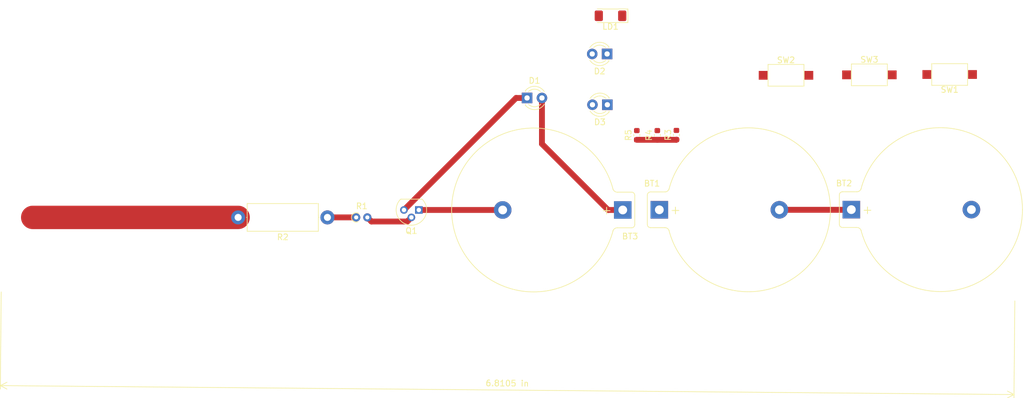
<source format=kicad_pcb>
(kicad_pcb (version 20171130) (host pcbnew 5.1.4-1.fc30)

  (general
    (thickness 1.6)
    (drawings 1)
    (tracks 17)
    (zones 0)
    (modules 16)
    (nets 15)
  )

  (page A4)
  (layers
    (0 F.Cu signal)
    (31 B.Cu signal)
    (32 B.Adhes user)
    (33 F.Adhes user)
    (34 B.Paste user)
    (35 F.Paste user)
    (36 B.SilkS user)
    (37 F.SilkS user)
    (38 B.Mask user)
    (39 F.Mask user)
    (40 Dwgs.User user)
    (41 Cmts.User user)
    (42 Eco1.User user)
    (43 Eco2.User user)
    (44 Edge.Cuts user)
    (45 Margin user)
    (46 B.CrtYd user)
    (47 F.CrtYd user)
    (48 B.Fab user)
    (49 F.Fab user)
  )

  (setup
    (last_trace_width 1)
    (user_trace_width 0.4)
    (user_trace_width 1)
    (user_trace_width 4)
    (trace_clearance 0.2)
    (zone_clearance 0.508)
    (zone_45_only no)
    (trace_min 0.2)
    (via_size 0.8)
    (via_drill 0.4)
    (via_min_size 0.4)
    (via_min_drill 0.3)
    (uvia_size 0.3)
    (uvia_drill 0.1)
    (uvias_allowed no)
    (uvia_min_size 0.2)
    (uvia_min_drill 0.1)
    (edge_width 0.05)
    (segment_width 0.2)
    (pcb_text_width 0.3)
    (pcb_text_size 1.5 1.5)
    (mod_edge_width 0.12)
    (mod_text_size 1 1)
    (mod_text_width 0.15)
    (pad_size 1.524 1.524)
    (pad_drill 0.762)
    (pad_to_mask_clearance 0.051)
    (solder_mask_min_width 0.25)
    (aux_axis_origin 0 0)
    (visible_elements FFFFFF7F)
    (pcbplotparams
      (layerselection 0x010fc_ffffffff)
      (usegerberextensions false)
      (usegerberattributes false)
      (usegerberadvancedattributes false)
      (creategerberjobfile false)
      (excludeedgelayer true)
      (linewidth 0.100000)
      (plotframeref false)
      (viasonmask false)
      (mode 1)
      (useauxorigin false)
      (hpglpennumber 1)
      (hpglpenspeed 20)
      (hpglpendiameter 15.000000)
      (psnegative false)
      (psa4output false)
      (plotreference true)
      (plotvalue true)
      (plotinvisibletext false)
      (padsonsilk false)
      (subtractmaskfromsilk false)
      (outputformat 1)
      (mirror false)
      (drillshape 1)
      (scaleselection 1)
      (outputdirectory ""))
  )

  (net 0 "")
  (net 1 PROBE)
  (net 2 "Net-(BT1-Pad2)")
  (net 3 "Net-(BT1-Pad1)")
  (net 4 GND)
  (net 5 PLATE)
  (net 6 "Net-(D1-Pad1)")
  (net 7 "Net-(D2-Pad1)")
  (net 8 "Net-(D2-Pad2)")
  (net 9 "Net-(D3-Pad1)")
  (net 10 "Net-(D3-Pad2)")
  (net 11 "Net-(LD1-Pad1)")
  (net 12 "Net-(Q1-Pad2)")
  (net 13 "Net-(R1-Pad1)")
  (net 14 "Net-(LD1-Pad3)")

  (net_class Default "To jest domyślna klasa połączeń."
    (clearance 0.2)
    (trace_width 0.25)
    (via_dia 0.8)
    (via_drill 0.4)
    (uvia_dia 0.3)
    (uvia_drill 0.1)
    (add_net GND)
    (add_net "Net-(BT1-Pad1)")
    (add_net "Net-(BT1-Pad2)")
    (add_net "Net-(D1-Pad1)")
    (add_net "Net-(D2-Pad1)")
    (add_net "Net-(D2-Pad2)")
    (add_net "Net-(D3-Pad1)")
    (add_net "Net-(D3-Pad2)")
    (add_net "Net-(LD1-Pad1)")
    (add_net "Net-(LD1-Pad3)")
    (add_net "Net-(Q1-Pad2)")
    (add_net "Net-(R1-Pad1)")
    (add_net PLATE)
    (add_net PROBE)
  )

  (module Battery:BatteryHolder_Keystone_106_1x20mm (layer F.Cu) (tedit 5787C377) (tstamp 5E5F4E13)
    (at 180.29 141.73)
    (descr http://www.keyelco.com/product-pdf.cfm?p=720)
    (tags "Keystone type 106 battery holder")
    (path /5E618428)
    (fp_text reference BT1 (at -1.25 -4.5) (layer F.SilkS)
      (effects (font (size 1 1) (thickness 0.15)))
    )
    (fp_text value 2032 (at 15 15) (layer F.Fab)
      (effects (font (size 1 1) (thickness 0.15)))
    )
    (fp_text user + (at 2.75 0) (layer F.SilkS)
      (effects (font (size 1.5 1.5) (thickness 0.15)))
    )
    (fp_text user %R (at 0 0) (layer F.Fab)
      (effects (font (size 1 1) (thickness 0.15)))
    )
    (fp_arc (start 15.2 0) (end 1.65 3.52) (angle -165.5) (layer F.SilkS) (width 0.12))
    (fp_arc (start 15.2 0) (end 1.8 3.5) (angle -165.5) (layer F.Fab) (width 0.1))
    (fp_arc (start 15.2 0) (end 1.65 -3.52) (angle 165.5) (layer F.SilkS) (width 0.12))
    (fp_arc (start 15.2 0) (end 1.8 -3.5) (angle 165.5) (layer F.Fab) (width 0.1))
    (fp_arc (start 0.95 3.8) (end 0.95 3.05) (angle 70) (layer F.SilkS) (width 0.12))
    (fp_arc (start 0.95 3.8) (end 0.95 2.9) (angle 70) (layer F.Fab) (width 0.1))
    (fp_arc (start 0.95 -3.8) (end 0.95 -3.05) (angle -70) (layer F.SilkS) (width 0.12))
    (fp_arc (start 0.95 -3.8) (end 0.95 -2.9) (angle -70) (layer F.Fab) (width 0.1))
    (fp_line (start 0.95 -3.05) (end -1.5 -3.05) (layer F.SilkS) (width 0.12))
    (fp_line (start -1.5 3.05) (end 0.95 3.05) (layer F.SilkS) (width 0.12))
    (fp_arc (start -1.5 -2.5) (end -2.05 -2.5) (angle 90) (layer F.SilkS) (width 0.12))
    (fp_arc (start -1.5 2.5) (end -2.05 2.5) (angle -90) (layer F.SilkS) (width 0.12))
    (fp_line (start -2.05 -2.5) (end -2.05 2.5) (layer F.SilkS) (width 0.12))
    (fp_line (start 0.95 -2.9) (end -1.5 -2.9) (layer F.Fab) (width 0.1))
    (fp_line (start -1.5 2.9) (end 0.95 2.9) (layer F.Fab) (width 0.1))
    (fp_arc (start -1.5 2.5) (end -1.9 2.5) (angle -90) (layer F.Fab) (width 0.1))
    (fp_arc (start -1.5 -2.5) (end -2.3 -2.5) (angle 90) (layer F.CrtYd) (width 0.05))
    (fp_line (start -2.3 -2.5) (end -2.3 2.5) (layer F.CrtYd) (width 0.05))
    (fp_arc (start 0.95 3.8) (end 0.95 3.3) (angle 70) (layer F.CrtYd) (width 0.05))
    (fp_arc (start 15.2 0) (end 1.41 3.6) (angle -165.5) (layer F.CrtYd) (width 0.05))
    (fp_arc (start 15.2 0) (end 1.41 -3.6) (angle 165.5) (layer F.CrtYd) (width 0.05))
    (fp_arc (start 15.2 0) (end 5.18 1.3) (angle -180) (layer F.Fab) (width 0.1))
    (fp_arc (start 15.2 0) (end 9 1.3) (angle -170) (layer F.Fab) (width 0.1))
    (fp_arc (start 15.2 0) (end 13.3 1.3) (angle -150) (layer F.Fab) (width 0.1))
    (fp_arc (start 15.2 0) (end 13.3 -1.3) (angle 150) (layer F.Fab) (width 0.1))
    (fp_arc (start 15.2 0) (end 9 -1.3) (angle 170) (layer F.Fab) (width 0.1))
    (fp_arc (start 15.2 0) (end 5.18 -1.3) (angle 180) (layer F.Fab) (width 0.1))
    (fp_line (start 0.95 -3.3) (end -1.5 -3.3) (layer F.CrtYd) (width 0.05))
    (fp_line (start -1.5 3.3) (end 0.95 3.3) (layer F.CrtYd) (width 0.05))
    (fp_line (start -1.9 -2.5) (end -1.9 2.5) (layer F.Fab) (width 0.1))
    (fp_line (start 0 1.3) (end 16.2 1.3) (layer F.Fab) (width 0.1))
    (fp_line (start 16.2 -1.3) (end 0 -1.3) (layer F.Fab) (width 0.1))
    (fp_arc (start 0.95 -3.8) (end 0.95 -3.3) (angle -70) (layer F.CrtYd) (width 0.05))
    (fp_arc (start 16.2 0) (end 16.2 -1.3) (angle 180) (layer F.Fab) (width 0.1))
    (fp_line (start 0 -1.3) (end 0 1.3) (layer F.Fab) (width 0.1))
    (fp_arc (start -1.5 2.5) (end -2.3 2.5) (angle -90) (layer F.CrtYd) (width 0.05))
    (fp_arc (start -1.5 -2.5) (end -1.9 -2.5) (angle 90) (layer F.Fab) (width 0.1))
    (fp_line (start 22.6441 6.858) (end 25.35 9.3734) (layer F.Fab) (width 0.1))
    (fp_line (start 22.6568 -6.858) (end 25.3419 -9.4288) (layer F.Fab) (width 0.1))
    (pad 2 thru_hole circle (at 20.49 0) (size 3 3) (drill 1.5) (layers *.Cu *.Mask)
      (net 2 "Net-(BT1-Pad2)"))
    (pad 1 thru_hole rect (at 0 0) (size 3 3) (drill 1.5) (layers *.Cu *.Mask)
      (net 3 "Net-(BT1-Pad1)"))
    (model ${KISYS3DMOD}/Battery.3dshapes/BatteryHolder_Keystone_106_1x20mm.wrl
      (at (xyz 0 0 0))
      (scale (xyz 1 1 1))
      (rotate (xyz 0 0 0))
    )
  )

  (module Battery:BatteryHolder_Keystone_106_1x20mm (layer F.Cu) (tedit 5787C377) (tstamp 5E5F4E42)
    (at 213.06 141.7)
    (descr http://www.keyelco.com/product-pdf.cfm?p=720)
    (tags "Keystone type 106 battery holder")
    (path /5E6186F1)
    (fp_text reference BT2 (at -1.25 -4.5) (layer F.SilkS)
      (effects (font (size 1 1) (thickness 0.15)))
    )
    (fp_text value 2032 (at 15 15) (layer F.Fab)
      (effects (font (size 1 1) (thickness 0.15)))
    )
    (fp_line (start 22.6568 -6.858) (end 25.3419 -9.4288) (layer F.Fab) (width 0.1))
    (fp_line (start 22.6441 6.858) (end 25.35 9.3734) (layer F.Fab) (width 0.1))
    (fp_arc (start -1.5 -2.5) (end -1.9 -2.5) (angle 90) (layer F.Fab) (width 0.1))
    (fp_arc (start -1.5 2.5) (end -2.3 2.5) (angle -90) (layer F.CrtYd) (width 0.05))
    (fp_line (start 0 -1.3) (end 0 1.3) (layer F.Fab) (width 0.1))
    (fp_arc (start 16.2 0) (end 16.2 -1.3) (angle 180) (layer F.Fab) (width 0.1))
    (fp_arc (start 0.95 -3.8) (end 0.95 -3.3) (angle -70) (layer F.CrtYd) (width 0.05))
    (fp_line (start 16.2 -1.3) (end 0 -1.3) (layer F.Fab) (width 0.1))
    (fp_line (start 0 1.3) (end 16.2 1.3) (layer F.Fab) (width 0.1))
    (fp_line (start -1.9 -2.5) (end -1.9 2.5) (layer F.Fab) (width 0.1))
    (fp_line (start -1.5 3.3) (end 0.95 3.3) (layer F.CrtYd) (width 0.05))
    (fp_line (start 0.95 -3.3) (end -1.5 -3.3) (layer F.CrtYd) (width 0.05))
    (fp_arc (start 15.2 0) (end 5.18 -1.3) (angle 180) (layer F.Fab) (width 0.1))
    (fp_arc (start 15.2 0) (end 9 -1.3) (angle 170) (layer F.Fab) (width 0.1))
    (fp_arc (start 15.2 0) (end 13.3 -1.3) (angle 150) (layer F.Fab) (width 0.1))
    (fp_arc (start 15.2 0) (end 13.3 1.3) (angle -150) (layer F.Fab) (width 0.1))
    (fp_arc (start 15.2 0) (end 9 1.3) (angle -170) (layer F.Fab) (width 0.1))
    (fp_arc (start 15.2 0) (end 5.18 1.3) (angle -180) (layer F.Fab) (width 0.1))
    (fp_arc (start 15.2 0) (end 1.41 -3.6) (angle 165.5) (layer F.CrtYd) (width 0.05))
    (fp_arc (start 15.2 0) (end 1.41 3.6) (angle -165.5) (layer F.CrtYd) (width 0.05))
    (fp_arc (start 0.95 3.8) (end 0.95 3.3) (angle 70) (layer F.CrtYd) (width 0.05))
    (fp_line (start -2.3 -2.5) (end -2.3 2.5) (layer F.CrtYd) (width 0.05))
    (fp_arc (start -1.5 -2.5) (end -2.3 -2.5) (angle 90) (layer F.CrtYd) (width 0.05))
    (fp_arc (start -1.5 2.5) (end -1.9 2.5) (angle -90) (layer F.Fab) (width 0.1))
    (fp_line (start -1.5 2.9) (end 0.95 2.9) (layer F.Fab) (width 0.1))
    (fp_line (start 0.95 -2.9) (end -1.5 -2.9) (layer F.Fab) (width 0.1))
    (fp_line (start -2.05 -2.5) (end -2.05 2.5) (layer F.SilkS) (width 0.12))
    (fp_arc (start -1.5 2.5) (end -2.05 2.5) (angle -90) (layer F.SilkS) (width 0.12))
    (fp_arc (start -1.5 -2.5) (end -2.05 -2.5) (angle 90) (layer F.SilkS) (width 0.12))
    (fp_line (start -1.5 3.05) (end 0.95 3.05) (layer F.SilkS) (width 0.12))
    (fp_line (start 0.95 -3.05) (end -1.5 -3.05) (layer F.SilkS) (width 0.12))
    (fp_arc (start 0.95 -3.8) (end 0.95 -2.9) (angle -70) (layer F.Fab) (width 0.1))
    (fp_arc (start 0.95 -3.8) (end 0.95 -3.05) (angle -70) (layer F.SilkS) (width 0.12))
    (fp_arc (start 0.95 3.8) (end 0.95 2.9) (angle 70) (layer F.Fab) (width 0.1))
    (fp_arc (start 0.95 3.8) (end 0.95 3.05) (angle 70) (layer F.SilkS) (width 0.12))
    (fp_arc (start 15.2 0) (end 1.8 -3.5) (angle 165.5) (layer F.Fab) (width 0.1))
    (fp_arc (start 15.2 0) (end 1.65 -3.52) (angle 165.5) (layer F.SilkS) (width 0.12))
    (fp_arc (start 15.2 0) (end 1.8 3.5) (angle -165.5) (layer F.Fab) (width 0.1))
    (fp_arc (start 15.2 0) (end 1.65 3.52) (angle -165.5) (layer F.SilkS) (width 0.12))
    (fp_text user %R (at 0 0) (layer F.Fab)
      (effects (font (size 1 1) (thickness 0.15)))
    )
    (fp_text user + (at 2.75 0) (layer F.SilkS)
      (effects (font (size 1.5 1.5) (thickness 0.15)))
    )
    (pad 1 thru_hole rect (at 0 0) (size 3 3) (drill 1.5) (layers *.Cu *.Mask)
      (net 2 "Net-(BT1-Pad2)"))
    (pad 2 thru_hole circle (at 20.49 0) (size 3 3) (drill 1.5) (layers *.Cu *.Mask)
      (net 4 GND))
    (model ${KISYS3DMOD}/Battery.3dshapes/BatteryHolder_Keystone_106_1x20mm.wrl
      (at (xyz 0 0 0))
      (scale (xyz 1 1 1))
      (rotate (xyz 0 0 0))
    )
  )

  (module Battery:BatteryHolder_Keystone_106_1x20mm (layer F.Cu) (tedit 5787C377) (tstamp 5E5F4E71)
    (at 174.05 141.76 180)
    (descr http://www.keyelco.com/product-pdf.cfm?p=720)
    (tags "Keystone type 106 battery holder")
    (path /5E61F56F)
    (fp_text reference BT3 (at -1.25 -4.5) (layer F.SilkS)
      (effects (font (size 1 1) (thickness 0.15)))
    )
    (fp_text value 2032 (at 15 15) (layer F.Fab)
      (effects (font (size 1 1) (thickness 0.15)))
    )
    (fp_text user + (at 2.75 0) (layer F.SilkS)
      (effects (font (size 1.5 1.5) (thickness 0.15)))
    )
    (fp_text user %R (at 0 0) (layer F.Fab)
      (effects (font (size 1 1) (thickness 0.15)))
    )
    (fp_arc (start 15.2 0) (end 1.65 3.52) (angle -165.5) (layer F.SilkS) (width 0.12))
    (fp_arc (start 15.2 0) (end 1.8 3.5) (angle -165.5) (layer F.Fab) (width 0.1))
    (fp_arc (start 15.2 0) (end 1.65 -3.52) (angle 165.5) (layer F.SilkS) (width 0.12))
    (fp_arc (start 15.2 0) (end 1.8 -3.5) (angle 165.5) (layer F.Fab) (width 0.1))
    (fp_arc (start 0.95 3.8) (end 0.95 3.05) (angle 70) (layer F.SilkS) (width 0.12))
    (fp_arc (start 0.95 3.8) (end 0.95 2.9) (angle 70) (layer F.Fab) (width 0.1))
    (fp_arc (start 0.95 -3.8) (end 0.95 -3.05) (angle -70) (layer F.SilkS) (width 0.12))
    (fp_arc (start 0.95 -3.8) (end 0.95 -2.9) (angle -70) (layer F.Fab) (width 0.1))
    (fp_line (start 0.95 -3.05) (end -1.5 -3.05) (layer F.SilkS) (width 0.12))
    (fp_line (start -1.5 3.05) (end 0.95 3.05) (layer F.SilkS) (width 0.12))
    (fp_arc (start -1.5 -2.5) (end -2.05 -2.5) (angle 90) (layer F.SilkS) (width 0.12))
    (fp_arc (start -1.5 2.5) (end -2.05 2.5) (angle -90) (layer F.SilkS) (width 0.12))
    (fp_line (start -2.05 -2.5) (end -2.05 2.5) (layer F.SilkS) (width 0.12))
    (fp_line (start 0.95 -2.9) (end -1.5 -2.9) (layer F.Fab) (width 0.1))
    (fp_line (start -1.5 2.9) (end 0.95 2.9) (layer F.Fab) (width 0.1))
    (fp_arc (start -1.5 2.5) (end -1.9 2.5) (angle -90) (layer F.Fab) (width 0.1))
    (fp_arc (start -1.5 -2.5) (end -2.3 -2.5) (angle 90) (layer F.CrtYd) (width 0.05))
    (fp_line (start -2.3 -2.5) (end -2.3 2.5) (layer F.CrtYd) (width 0.05))
    (fp_arc (start 0.95 3.8) (end 0.95 3.3) (angle 70) (layer F.CrtYd) (width 0.05))
    (fp_arc (start 15.2 0) (end 1.41 3.6) (angle -165.5) (layer F.CrtYd) (width 0.05))
    (fp_arc (start 15.2 0) (end 1.41 -3.6) (angle 165.5) (layer F.CrtYd) (width 0.05))
    (fp_arc (start 15.2 0) (end 5.18 1.3) (angle -180) (layer F.Fab) (width 0.1))
    (fp_arc (start 15.2 0) (end 9 1.3) (angle -170) (layer F.Fab) (width 0.1))
    (fp_arc (start 15.2 0) (end 13.3 1.3) (angle -150) (layer F.Fab) (width 0.1))
    (fp_arc (start 15.2 0) (end 13.3 -1.3) (angle 150) (layer F.Fab) (width 0.1))
    (fp_arc (start 15.2 0) (end 9 -1.3) (angle 170) (layer F.Fab) (width 0.1))
    (fp_arc (start 15.2 0) (end 5.18 -1.3) (angle 180) (layer F.Fab) (width 0.1))
    (fp_line (start 0.95 -3.3) (end -1.5 -3.3) (layer F.CrtYd) (width 0.05))
    (fp_line (start -1.5 3.3) (end 0.95 3.3) (layer F.CrtYd) (width 0.05))
    (fp_line (start -1.9 -2.5) (end -1.9 2.5) (layer F.Fab) (width 0.1))
    (fp_line (start 0 1.3) (end 16.2 1.3) (layer F.Fab) (width 0.1))
    (fp_line (start 16.2 -1.3) (end 0 -1.3) (layer F.Fab) (width 0.1))
    (fp_arc (start 0.95 -3.8) (end 0.95 -3.3) (angle -70) (layer F.CrtYd) (width 0.05))
    (fp_arc (start 16.2 0) (end 16.2 -1.3) (angle 180) (layer F.Fab) (width 0.1))
    (fp_line (start 0 -1.3) (end 0 1.3) (layer F.Fab) (width 0.1))
    (fp_arc (start -1.5 2.5) (end -2.3 2.5) (angle -90) (layer F.CrtYd) (width 0.05))
    (fp_arc (start -1.5 -2.5) (end -1.9 -2.5) (angle 90) (layer F.Fab) (width 0.1))
    (fp_line (start 22.6441 6.858) (end 25.35 9.3734) (layer F.Fab) (width 0.1))
    (fp_line (start 22.6568 -6.858) (end 25.3419 -9.4288) (layer F.Fab) (width 0.1))
    (pad 2 thru_hole circle (at 20.49 0 180) (size 3 3) (drill 1.5) (layers *.Cu *.Mask)
      (net 4 GND))
    (pad 1 thru_hole rect (at 0 0 180) (size 3 3) (drill 1.5) (layers *.Cu *.Mask)
      (net 5 PLATE))
    (model ${KISYS3DMOD}/Battery.3dshapes/BatteryHolder_Keystone_106_1x20mm.wrl
      (at (xyz 0 0 0))
      (scale (xyz 1 1 1))
      (rotate (xyz 0 0 0))
    )
  )

  (module LED_THT:LED_D3.0mm (layer F.Cu) (tedit 587A3A7B) (tstamp 5E5F4E84)
    (at 157.72 122.62)
    (descr "LED, diameter 3.0mm, 2 pins")
    (tags "LED diameter 3.0mm 2 pins")
    (path /5E5A9FD2)
    (fp_text reference D1 (at 1.27 -2.96) (layer F.SilkS)
      (effects (font (size 1 1) (thickness 0.15)))
    )
    (fp_text value RED (at 1.27 2.96) (layer F.Fab)
      (effects (font (size 1 1) (thickness 0.15)))
    )
    (fp_line (start 3.7 -2.25) (end -1.15 -2.25) (layer F.CrtYd) (width 0.05))
    (fp_line (start 3.7 2.25) (end 3.7 -2.25) (layer F.CrtYd) (width 0.05))
    (fp_line (start -1.15 2.25) (end 3.7 2.25) (layer F.CrtYd) (width 0.05))
    (fp_line (start -1.15 -2.25) (end -1.15 2.25) (layer F.CrtYd) (width 0.05))
    (fp_line (start -0.29 1.08) (end -0.29 1.236) (layer F.SilkS) (width 0.12))
    (fp_line (start -0.29 -1.236) (end -0.29 -1.08) (layer F.SilkS) (width 0.12))
    (fp_line (start -0.23 -1.16619) (end -0.23 1.16619) (layer F.Fab) (width 0.1))
    (fp_circle (center 1.27 0) (end 2.77 0) (layer F.Fab) (width 0.1))
    (fp_arc (start 1.27 0) (end 0.229039 1.08) (angle -87.9) (layer F.SilkS) (width 0.12))
    (fp_arc (start 1.27 0) (end 0.229039 -1.08) (angle 87.9) (layer F.SilkS) (width 0.12))
    (fp_arc (start 1.27 0) (end -0.29 1.235516) (angle -108.8) (layer F.SilkS) (width 0.12))
    (fp_arc (start 1.27 0) (end -0.29 -1.235516) (angle 108.8) (layer F.SilkS) (width 0.12))
    (fp_arc (start 1.27 0) (end -0.23 -1.16619) (angle 284.3) (layer F.Fab) (width 0.1))
    (pad 2 thru_hole circle (at 2.54 0) (size 1.8 1.8) (drill 0.9) (layers *.Cu *.Mask)
      (net 5 PLATE))
    (pad 1 thru_hole rect (at 0 0) (size 1.8 1.8) (drill 0.9) (layers *.Cu *.Mask)
      (net 6 "Net-(D1-Pad1)"))
    (model ${KISYS3DMOD}/LED_THT.3dshapes/LED_D3.0mm.wrl
      (at (xyz 0 0 0))
      (scale (xyz 1 1 1))
      (rotate (xyz 0 0 0))
    )
  )

  (module LED_THT:LED_D3.0mm (layer F.Cu) (tedit 587A3A7B) (tstamp 5E5F4E97)
    (at 171.38 115.1 180)
    (descr "LED, diameter 3.0mm, 2 pins")
    (tags "LED diameter 3.0mm 2 pins")
    (path /5E5F75F3)
    (fp_text reference D2 (at 1.27 -2.96) (layer F.SilkS)
      (effects (font (size 1 1) (thickness 0.15)))
    )
    (fp_text value 410nm (at 1.27 2.96) (layer F.Fab)
      (effects (font (size 1 1) (thickness 0.15)))
    )
    (fp_arc (start 1.27 0) (end -0.23 -1.16619) (angle 284.3) (layer F.Fab) (width 0.1))
    (fp_arc (start 1.27 0) (end -0.29 -1.235516) (angle 108.8) (layer F.SilkS) (width 0.12))
    (fp_arc (start 1.27 0) (end -0.29 1.235516) (angle -108.8) (layer F.SilkS) (width 0.12))
    (fp_arc (start 1.27 0) (end 0.229039 -1.08) (angle 87.9) (layer F.SilkS) (width 0.12))
    (fp_arc (start 1.27 0) (end 0.229039 1.08) (angle -87.9) (layer F.SilkS) (width 0.12))
    (fp_circle (center 1.27 0) (end 2.77 0) (layer F.Fab) (width 0.1))
    (fp_line (start -0.23 -1.16619) (end -0.23 1.16619) (layer F.Fab) (width 0.1))
    (fp_line (start -0.29 -1.236) (end -0.29 -1.08) (layer F.SilkS) (width 0.12))
    (fp_line (start -0.29 1.08) (end -0.29 1.236) (layer F.SilkS) (width 0.12))
    (fp_line (start -1.15 -2.25) (end -1.15 2.25) (layer F.CrtYd) (width 0.05))
    (fp_line (start -1.15 2.25) (end 3.7 2.25) (layer F.CrtYd) (width 0.05))
    (fp_line (start 3.7 2.25) (end 3.7 -2.25) (layer F.CrtYd) (width 0.05))
    (fp_line (start 3.7 -2.25) (end -1.15 -2.25) (layer F.CrtYd) (width 0.05))
    (pad 1 thru_hole rect (at 0 0 180) (size 1.8 1.8) (drill 0.9) (layers *.Cu *.Mask)
      (net 7 "Net-(D2-Pad1)"))
    (pad 2 thru_hole circle (at 2.54 0 180) (size 1.8 1.8) (drill 0.9) (layers *.Cu *.Mask)
      (net 8 "Net-(D2-Pad2)"))
    (model ${KISYS3DMOD}/LED_THT.3dshapes/LED_D3.0mm.wrl
      (at (xyz 0 0 0))
      (scale (xyz 1 1 1))
      (rotate (xyz 0 0 0))
    )
  )

  (module LED_THT:LED_D3.0mm (layer F.Cu) (tedit 587A3A7B) (tstamp 5E5F4EAA)
    (at 171.42 123.78 180)
    (descr "LED, diameter 3.0mm, 2 pins")
    (tags "LED diameter 3.0mm 2 pins")
    (path /5E5F815C)
    (fp_text reference D3 (at 1.27 -2.96) (layer F.SilkS)
      (effects (font (size 1 1) (thickness 0.15)))
    )
    (fp_text value WH (at 1.27 2.96) (layer F.Fab)
      (effects (font (size 1 1) (thickness 0.15)))
    )
    (fp_arc (start 1.27 0) (end -0.23 -1.16619) (angle 284.3) (layer F.Fab) (width 0.1))
    (fp_arc (start 1.27 0) (end -0.29 -1.235516) (angle 108.8) (layer F.SilkS) (width 0.12))
    (fp_arc (start 1.27 0) (end -0.29 1.235516) (angle -108.8) (layer F.SilkS) (width 0.12))
    (fp_arc (start 1.27 0) (end 0.229039 -1.08) (angle 87.9) (layer F.SilkS) (width 0.12))
    (fp_arc (start 1.27 0) (end 0.229039 1.08) (angle -87.9) (layer F.SilkS) (width 0.12))
    (fp_circle (center 1.27 0) (end 2.77 0) (layer F.Fab) (width 0.1))
    (fp_line (start -0.23 -1.16619) (end -0.23 1.16619) (layer F.Fab) (width 0.1))
    (fp_line (start -0.29 -1.236) (end -0.29 -1.08) (layer F.SilkS) (width 0.12))
    (fp_line (start -0.29 1.08) (end -0.29 1.236) (layer F.SilkS) (width 0.12))
    (fp_line (start -1.15 -2.25) (end -1.15 2.25) (layer F.CrtYd) (width 0.05))
    (fp_line (start -1.15 2.25) (end 3.7 2.25) (layer F.CrtYd) (width 0.05))
    (fp_line (start 3.7 2.25) (end 3.7 -2.25) (layer F.CrtYd) (width 0.05))
    (fp_line (start 3.7 -2.25) (end -1.15 -2.25) (layer F.CrtYd) (width 0.05))
    (pad 1 thru_hole rect (at 0 0 180) (size 1.8 1.8) (drill 0.9) (layers *.Cu *.Mask)
      (net 9 "Net-(D3-Pad1)"))
    (pad 2 thru_hole circle (at 2.54 0 180) (size 1.8 1.8) (drill 0.9) (layers *.Cu *.Mask)
      (net 10 "Net-(D3-Pad2)"))
    (model ${KISYS3DMOD}/LED_THT.3dshapes/LED_D3.0mm.wrl
      (at (xyz 0 0 0))
      (scale (xyz 1 1 1))
      (rotate (xyz 0 0 0))
    )
  )

  (module LED_SMD:LED_1806_4516Metric (layer F.Cu) (tedit 5B301BBE) (tstamp 5E5F4EBD)
    (at 171.96 108.58 180)
    (descr "LED SMD 1806 (4516 Metric), square (rectangular) end terminal, IPC_7351 nominal, (Body size source: https://www.modelithics.com/models/Vendor/MuRata/BLM41P.pdf), generated with kicad-footprint-generator")
    (tags diode)
    (path /5E5F6D56)
    (attr smd)
    (fp_text reference LD1 (at 0 -1.85) (layer F.SilkS)
      (effects (font (size 1 1) (thickness 0.15)))
    )
    (fp_text value RED (at 0 1.85) (layer F.Fab)
      (effects (font (size 1 1) (thickness 0.15)))
    )
    (fp_line (start 2.25 -0.8) (end -1.85 -0.8) (layer F.Fab) (width 0.1))
    (fp_line (start -1.85 -0.8) (end -2.25 -0.4) (layer F.Fab) (width 0.1))
    (fp_line (start -2.25 -0.4) (end -2.25 0.8) (layer F.Fab) (width 0.1))
    (fp_line (start -2.25 0.8) (end 2.25 0.8) (layer F.Fab) (width 0.1))
    (fp_line (start 2.25 0.8) (end 2.25 -0.8) (layer F.Fab) (width 0.1))
    (fp_line (start 2.25 -1.16) (end -2.96 -1.16) (layer F.SilkS) (width 0.12))
    (fp_line (start -2.96 -1.16) (end -2.96 1.16) (layer F.SilkS) (width 0.12))
    (fp_line (start -2.96 1.16) (end 2.25 1.16) (layer F.SilkS) (width 0.12))
    (fp_line (start -2.95 1.15) (end -2.95 -1.15) (layer F.CrtYd) (width 0.05))
    (fp_line (start -2.95 -1.15) (end 2.95 -1.15) (layer F.CrtYd) (width 0.05))
    (fp_line (start 2.95 -1.15) (end 2.95 1.15) (layer F.CrtYd) (width 0.05))
    (fp_line (start 2.95 1.15) (end -2.95 1.15) (layer F.CrtYd) (width 0.05))
    (fp_text user %R (at 0 0) (layer F.Fab)
      (effects (font (size 1 1) (thickness 0.15)))
    )
    (pad 1 smd roundrect (at -2 0 180) (size 1.4 1.8) (layers F.Cu F.Paste F.Mask) (roundrect_rratio 0.178571)
      (net 11 "Net-(LD1-Pad1)"))
    (pad 2 smd roundrect (at 2 0 180) (size 1.4 1.8) (layers F.Cu F.Paste F.Mask) (roundrect_rratio 0.178571))
    (model ${KISYS3DMOD}/LED_SMD.3dshapes/LED_1806_4516Metric.wrl
      (at (xyz 0 0 0))
      (scale (xyz 1 1 1))
      (rotate (xyz 0 0 0))
    )
  )

  (module Package_TO_SOT_THT:TO-92 (layer F.Cu) (tedit 5A279852) (tstamp 5E5F4ECF)
    (at 139.25 141.76 180)
    (descr "TO-92 leads molded, narrow, drill 0.75mm (see NXP sot054_po.pdf)")
    (tags "to-92 sc-43 sc-43a sot54 PA33 transistor")
    (path /5E5A9FE7)
    (fp_text reference Q1 (at 1.27 -3.56) (layer F.SilkS)
      (effects (font (size 1 1) (thickness 0.15)))
    )
    (fp_text value BC517 (at 1.27 2.79) (layer F.Fab)
      (effects (font (size 1 1) (thickness 0.15)))
    )
    (fp_text user %R (at 1.27 -3.56) (layer F.Fab)
      (effects (font (size 1 1) (thickness 0.15)))
    )
    (fp_line (start -0.53 1.85) (end 3.07 1.85) (layer F.SilkS) (width 0.12))
    (fp_line (start -0.5 1.75) (end 3 1.75) (layer F.Fab) (width 0.1))
    (fp_line (start -1.46 -2.73) (end 4 -2.73) (layer F.CrtYd) (width 0.05))
    (fp_line (start -1.46 -2.73) (end -1.46 2.01) (layer F.CrtYd) (width 0.05))
    (fp_line (start 4 2.01) (end 4 -2.73) (layer F.CrtYd) (width 0.05))
    (fp_line (start 4 2.01) (end -1.46 2.01) (layer F.CrtYd) (width 0.05))
    (fp_arc (start 1.27 0) (end 1.27 -2.48) (angle 135) (layer F.Fab) (width 0.1))
    (fp_arc (start 1.27 0) (end 1.27 -2.6) (angle -135) (layer F.SilkS) (width 0.12))
    (fp_arc (start 1.27 0) (end 1.27 -2.48) (angle -135) (layer F.Fab) (width 0.1))
    (fp_arc (start 1.27 0) (end 1.27 -2.6) (angle 135) (layer F.SilkS) (width 0.12))
    (pad 2 thru_hole circle (at 1.27 -1.27 270) (size 1.3 1.3) (drill 0.75) (layers *.Cu *.Mask)
      (net 12 "Net-(Q1-Pad2)"))
    (pad 3 thru_hole circle (at 2.54 0 270) (size 1.3 1.3) (drill 0.75) (layers *.Cu *.Mask)
      (net 6 "Net-(D1-Pad1)"))
    (pad 1 thru_hole rect (at 0 0 270) (size 1.3 1.3) (drill 0.75) (layers *.Cu *.Mask)
      (net 4 GND))
    (model ${KISYS3DMOD}/Package_TO_SOT_THT.3dshapes/TO-92.wrl
      (at (xyz 0 0 0))
      (scale (xyz 1 1 1))
      (rotate (xyz 0 0 0))
    )
  )

  (module Resistor_THT:R_Axial_DIN0204_L3.6mm_D1.6mm_P1.90mm_Vertical (layer F.Cu) (tedit 5AE5139B) (tstamp 5E5F4EDD)
    (at 128.56 143.03)
    (descr "Resistor, Axial_DIN0204 series, Axial, Vertical, pin pitch=1.9mm, 0.167W, length*diameter=3.6*1.6mm^2, http://cdn-reichelt.de/documents/datenblatt/B400/1_4W%23YAG.pdf")
    (tags "Resistor Axial_DIN0204 series Axial Vertical pin pitch 1.9mm 0.167W length 3.6mm diameter 1.6mm")
    (path /5E5A9FE0)
    (fp_text reference R1 (at 0.95 -1.92) (layer F.SilkS)
      (effects (font (size 1 1) (thickness 0.15)))
    )
    (fp_text value "4M7 1/4W" (at 0.95 1.92) (layer F.Fab)
      (effects (font (size 1 1) (thickness 0.15)))
    )
    (fp_arc (start 0 0) (end 0.417133 -0.7) (angle -233.92106) (layer F.SilkS) (width 0.12))
    (fp_circle (center 0 0) (end 0.8 0) (layer F.Fab) (width 0.1))
    (fp_line (start 0 0) (end 1.9 0) (layer F.Fab) (width 0.1))
    (fp_line (start -1.05 -1.05) (end -1.05 1.05) (layer F.CrtYd) (width 0.05))
    (fp_line (start -1.05 1.05) (end 2.86 1.05) (layer F.CrtYd) (width 0.05))
    (fp_line (start 2.86 1.05) (end 2.86 -1.05) (layer F.CrtYd) (width 0.05))
    (fp_line (start 2.86 -1.05) (end -1.05 -1.05) (layer F.CrtYd) (width 0.05))
    (fp_text user %R (at 0.95 -1.92) (layer F.Fab)
      (effects (font (size 1 1) (thickness 0.15)))
    )
    (pad 1 thru_hole circle (at 0 0) (size 1.4 1.4) (drill 0.7) (layers *.Cu *.Mask)
      (net 13 "Net-(R1-Pad1)"))
    (pad 2 thru_hole oval (at 1.9 0) (size 1.4 1.4) (drill 0.7) (layers *.Cu *.Mask)
      (net 12 "Net-(Q1-Pad2)"))
    (model ${KISYS3DMOD}/Resistor_THT.3dshapes/R_Axial_DIN0204_L3.6mm_D1.6mm_P1.90mm_Vertical.wrl
      (at (xyz 0 0 0))
      (scale (xyz 1 1 1))
      (rotate (xyz 0 0 0))
    )
  )

  (module Resistor_THT:R_Axial_DIN0414_L11.9mm_D4.5mm_P15.24mm_Horizontal (layer F.Cu) (tedit 5AE5139B) (tstamp 5E5F4EF4)
    (at 123.65 143.03 180)
    (descr "Resistor, Axial_DIN0414 series, Axial, Horizontal, pin pitch=15.24mm, 2W, length*diameter=11.9*4.5mm^2, http://www.vishay.com/docs/20128/wkxwrx.pdf")
    (tags "Resistor Axial_DIN0414 series Axial Horizontal pin pitch 15.24mm 2W length 11.9mm diameter 4.5mm")
    (path /5E5BC907)
    (fp_text reference R2 (at 7.62 -3.37) (layer F.SilkS)
      (effects (font (size 1 1) (thickness 0.15)))
    )
    (fp_text value "15M 2W" (at 7.62 3.37) (layer F.Fab)
      (effects (font (size 1 1) (thickness 0.15)))
    )
    (fp_line (start 1.67 -2.25) (end 1.67 2.25) (layer F.Fab) (width 0.1))
    (fp_line (start 1.67 2.25) (end 13.57 2.25) (layer F.Fab) (width 0.1))
    (fp_line (start 13.57 2.25) (end 13.57 -2.25) (layer F.Fab) (width 0.1))
    (fp_line (start 13.57 -2.25) (end 1.67 -2.25) (layer F.Fab) (width 0.1))
    (fp_line (start 0 0) (end 1.67 0) (layer F.Fab) (width 0.1))
    (fp_line (start 15.24 0) (end 13.57 0) (layer F.Fab) (width 0.1))
    (fp_line (start 1.55 -2.37) (end 1.55 2.37) (layer F.SilkS) (width 0.12))
    (fp_line (start 1.55 2.37) (end 13.69 2.37) (layer F.SilkS) (width 0.12))
    (fp_line (start 13.69 2.37) (end 13.69 -2.37) (layer F.SilkS) (width 0.12))
    (fp_line (start 13.69 -2.37) (end 1.55 -2.37) (layer F.SilkS) (width 0.12))
    (fp_line (start 1.44 0) (end 1.55 0) (layer F.SilkS) (width 0.12))
    (fp_line (start 13.8 0) (end 13.69 0) (layer F.SilkS) (width 0.12))
    (fp_line (start -1.45 -2.5) (end -1.45 2.5) (layer F.CrtYd) (width 0.05))
    (fp_line (start -1.45 2.5) (end 16.69 2.5) (layer F.CrtYd) (width 0.05))
    (fp_line (start 16.69 2.5) (end 16.69 -2.5) (layer F.CrtYd) (width 0.05))
    (fp_line (start 16.69 -2.5) (end -1.45 -2.5) (layer F.CrtYd) (width 0.05))
    (fp_text user %R (at 7.62 0) (layer F.Fab)
      (effects (font (size 1 1) (thickness 0.15)))
    )
    (pad 1 thru_hole circle (at 0 0 180) (size 2.4 2.4) (drill 1.2) (layers *.Cu *.Mask)
      (net 13 "Net-(R1-Pad1)"))
    (pad 2 thru_hole oval (at 15.24 0 180) (size 2.4 2.4) (drill 1.2) (layers *.Cu *.Mask)
      (net 1 PROBE))
    (model ${KISYS3DMOD}/Resistor_THT.3dshapes/R_Axial_DIN0414_L11.9mm_D4.5mm_P15.24mm_Horizontal.wrl
      (at (xyz 0 0 0))
      (scale (xyz 1 1 1))
      (rotate (xyz 0 0 0))
    )
  )

  (module Resistor_SMD:R_0603_1608Metric (layer F.Cu) (tedit 5B301BBD) (tstamp 5E5F4F05)
    (at 183.21 128.95 90)
    (descr "Resistor SMD 0603 (1608 Metric), square (rectangular) end terminal, IPC_7351 nominal, (Body size source: http://www.tortai-tech.com/upload/download/2011102023233369053.pdf), generated with kicad-footprint-generator")
    (tags resistor)
    (path /5E5FA802)
    (attr smd)
    (fp_text reference R3 (at 0 -1.43 90) (layer F.SilkS)
      (effects (font (size 1 1) (thickness 0.15)))
    )
    (fp_text value R (at 0 1.43 90) (layer F.Fab)
      (effects (font (size 1 1) (thickness 0.15)))
    )
    (fp_line (start -0.8 0.4) (end -0.8 -0.4) (layer F.Fab) (width 0.1))
    (fp_line (start -0.8 -0.4) (end 0.8 -0.4) (layer F.Fab) (width 0.1))
    (fp_line (start 0.8 -0.4) (end 0.8 0.4) (layer F.Fab) (width 0.1))
    (fp_line (start 0.8 0.4) (end -0.8 0.4) (layer F.Fab) (width 0.1))
    (fp_line (start -0.162779 -0.51) (end 0.162779 -0.51) (layer F.SilkS) (width 0.12))
    (fp_line (start -0.162779 0.51) (end 0.162779 0.51) (layer F.SilkS) (width 0.12))
    (fp_line (start -1.48 0.73) (end -1.48 -0.73) (layer F.CrtYd) (width 0.05))
    (fp_line (start -1.48 -0.73) (end 1.48 -0.73) (layer F.CrtYd) (width 0.05))
    (fp_line (start 1.48 -0.73) (end 1.48 0.73) (layer F.CrtYd) (width 0.05))
    (fp_line (start 1.48 0.73) (end -1.48 0.73) (layer F.CrtYd) (width 0.05))
    (fp_text user %R (at 0 0 90) (layer F.Fab)
      (effects (font (size 0.4 0.4) (thickness 0.06)))
    )
    (pad 1 smd roundrect (at -0.7875 0 90) (size 0.875 0.95) (layers F.Cu F.Paste F.Mask) (roundrect_rratio 0.25)
      (net 3 "Net-(BT1-Pad1)"))
    (pad 2 smd roundrect (at 0.7875 0 90) (size 0.875 0.95) (layers F.Cu F.Paste F.Mask) (roundrect_rratio 0.25)
      (net 11 "Net-(LD1-Pad1)"))
    (model ${KISYS3DMOD}/Resistor_SMD.3dshapes/R_0603_1608Metric.wrl
      (at (xyz 0 0 0))
      (scale (xyz 1 1 1))
      (rotate (xyz 0 0 0))
    )
  )

  (module Resistor_SMD:R_0603_1608Metric (layer F.Cu) (tedit 5B301BBD) (tstamp 5E5F4F16)
    (at 179.95 128.98 90)
    (descr "Resistor SMD 0603 (1608 Metric), square (rectangular) end terminal, IPC_7351 nominal, (Body size source: http://www.tortai-tech.com/upload/download/2011102023233369053.pdf), generated with kicad-footprint-generator")
    (tags resistor)
    (path /5E5FAA7C)
    (attr smd)
    (fp_text reference R4 (at 0 -1.43 90) (layer F.SilkS)
      (effects (font (size 1 1) (thickness 0.15)))
    )
    (fp_text value R (at 0 1.43 90) (layer F.Fab)
      (effects (font (size 1 1) (thickness 0.15)))
    )
    (fp_text user %R (at 0 0 90) (layer F.Fab)
      (effects (font (size 0.4 0.4) (thickness 0.06)))
    )
    (fp_line (start 1.48 0.73) (end -1.48 0.73) (layer F.CrtYd) (width 0.05))
    (fp_line (start 1.48 -0.73) (end 1.48 0.73) (layer F.CrtYd) (width 0.05))
    (fp_line (start -1.48 -0.73) (end 1.48 -0.73) (layer F.CrtYd) (width 0.05))
    (fp_line (start -1.48 0.73) (end -1.48 -0.73) (layer F.CrtYd) (width 0.05))
    (fp_line (start -0.162779 0.51) (end 0.162779 0.51) (layer F.SilkS) (width 0.12))
    (fp_line (start -0.162779 -0.51) (end 0.162779 -0.51) (layer F.SilkS) (width 0.12))
    (fp_line (start 0.8 0.4) (end -0.8 0.4) (layer F.Fab) (width 0.1))
    (fp_line (start 0.8 -0.4) (end 0.8 0.4) (layer F.Fab) (width 0.1))
    (fp_line (start -0.8 -0.4) (end 0.8 -0.4) (layer F.Fab) (width 0.1))
    (fp_line (start -0.8 0.4) (end -0.8 -0.4) (layer F.Fab) (width 0.1))
    (pad 2 smd roundrect (at 0.7875 0 90) (size 0.875 0.95) (layers F.Cu F.Paste F.Mask) (roundrect_rratio 0.25)
      (net 8 "Net-(D2-Pad2)"))
    (pad 1 smd roundrect (at -0.7875 0 90) (size 0.875 0.95) (layers F.Cu F.Paste F.Mask) (roundrect_rratio 0.25)
      (net 3 "Net-(BT1-Pad1)"))
    (model ${KISYS3DMOD}/Resistor_SMD.3dshapes/R_0603_1608Metric.wrl
      (at (xyz 0 0 0))
      (scale (xyz 1 1 1))
      (rotate (xyz 0 0 0))
    )
  )

  (module Resistor_SMD:R_0603_1608Metric (layer F.Cu) (tedit 5B301BBD) (tstamp 5E5F4F27)
    (at 176.45 128.98 90)
    (descr "Resistor SMD 0603 (1608 Metric), square (rectangular) end terminal, IPC_7351 nominal, (Body size source: http://www.tortai-tech.com/upload/download/2011102023233369053.pdf), generated with kicad-footprint-generator")
    (tags resistor)
    (path /5E5FACCD)
    (attr smd)
    (fp_text reference R5 (at 0 -1.43 90) (layer F.SilkS)
      (effects (font (size 1 1) (thickness 0.15)))
    )
    (fp_text value R (at 0 1.43 90) (layer F.Fab)
      (effects (font (size 1 1) (thickness 0.15)))
    )
    (fp_line (start -0.8 0.4) (end -0.8 -0.4) (layer F.Fab) (width 0.1))
    (fp_line (start -0.8 -0.4) (end 0.8 -0.4) (layer F.Fab) (width 0.1))
    (fp_line (start 0.8 -0.4) (end 0.8 0.4) (layer F.Fab) (width 0.1))
    (fp_line (start 0.8 0.4) (end -0.8 0.4) (layer F.Fab) (width 0.1))
    (fp_line (start -0.162779 -0.51) (end 0.162779 -0.51) (layer F.SilkS) (width 0.12))
    (fp_line (start -0.162779 0.51) (end 0.162779 0.51) (layer F.SilkS) (width 0.12))
    (fp_line (start -1.48 0.73) (end -1.48 -0.73) (layer F.CrtYd) (width 0.05))
    (fp_line (start -1.48 -0.73) (end 1.48 -0.73) (layer F.CrtYd) (width 0.05))
    (fp_line (start 1.48 -0.73) (end 1.48 0.73) (layer F.CrtYd) (width 0.05))
    (fp_line (start 1.48 0.73) (end -1.48 0.73) (layer F.CrtYd) (width 0.05))
    (fp_text user %R (at 0 0 90) (layer F.Fab)
      (effects (font (size 0.4 0.4) (thickness 0.06)))
    )
    (pad 1 smd roundrect (at -0.7875 0 90) (size 0.875 0.95) (layers F.Cu F.Paste F.Mask) (roundrect_rratio 0.25)
      (net 3 "Net-(BT1-Pad1)"))
    (pad 2 smd roundrect (at 0.7875 0 90) (size 0.875 0.95) (layers F.Cu F.Paste F.Mask) (roundrect_rratio 0.25)
      (net 10 "Net-(D3-Pad2)"))
    (model ${KISYS3DMOD}/Resistor_SMD.3dshapes/R_0603_1608Metric.wrl
      (at (xyz 0 0 0))
      (scale (xyz 1 1 1))
      (rotate (xyz 0 0 0))
    )
  )

  (module Button_Switch_SMD:SW_SPST_CK_RS282G05A3 (layer F.Cu) (tedit 5A7A67D2) (tstamp 5E5F4F42)
    (at 229.84 118.61 180)
    (descr https://www.mouser.com/ds/2/60/RS-282G05A-SM_RT-1159762.pdf)
    (tags "SPST button tactile switch")
    (path /5E6078EA)
    (attr smd)
    (fp_text reference SW1 (at 0 -2.6) (layer F.SilkS)
      (effects (font (size 1 1) (thickness 0.15)))
    )
    (fp_text value SW_SPST (at 0 3) (layer F.Fab)
      (effects (font (size 1 1) (thickness 0.15)))
    )
    (fp_line (start -4.9 2.05) (end -4.9 -2.05) (layer F.CrtYd) (width 0.05))
    (fp_line (start 4.9 2.05) (end -4.9 2.05) (layer F.CrtYd) (width 0.05))
    (fp_line (start 4.9 -2.05) (end 4.9 2.05) (layer F.CrtYd) (width 0.05))
    (fp_line (start -4.9 -2.05) (end 4.9 -2.05) (layer F.CrtYd) (width 0.05))
    (fp_text user %R (at 0 -2.6) (layer F.Fab)
      (effects (font (size 1 1) (thickness 0.15)))
    )
    (fp_line (start -1.75 -1) (end 1.75 -1) (layer F.Fab) (width 0.1))
    (fp_line (start 1.75 -1) (end 1.75 1) (layer F.Fab) (width 0.1))
    (fp_line (start 1.75 1) (end -1.75 1) (layer F.Fab) (width 0.1))
    (fp_line (start -1.75 1) (end -1.75 -1) (layer F.Fab) (width 0.1))
    (fp_line (start -3.06 -1.85) (end 3.06 -1.85) (layer F.SilkS) (width 0.12))
    (fp_line (start 3.06 -1.85) (end 3.06 1.85) (layer F.SilkS) (width 0.12))
    (fp_line (start 3.06 1.85) (end -3.06 1.85) (layer F.SilkS) (width 0.12))
    (fp_line (start -3.06 1.85) (end -3.06 -1.85) (layer F.SilkS) (width 0.12))
    (fp_line (start -1.5 0.8) (end 1.5 0.8) (layer F.Fab) (width 0.1))
    (fp_line (start -1.5 -0.8) (end 1.5 -0.8) (layer F.Fab) (width 0.1))
    (fp_line (start 1.5 -0.8) (end 1.5 0.8) (layer F.Fab) (width 0.1))
    (fp_line (start -1.5 -0.8) (end -1.5 0.8) (layer F.Fab) (width 0.1))
    (fp_line (start -3 1.8) (end 3 1.8) (layer F.Fab) (width 0.1))
    (fp_line (start -3 -1.8) (end 3 -1.8) (layer F.Fab) (width 0.1))
    (fp_line (start -3 -1.8) (end -3 1.8) (layer F.Fab) (width 0.1))
    (fp_line (start 3 -1.8) (end 3 1.8) (layer F.Fab) (width 0.1))
    (pad 1 smd rect (at -3.9 0 180) (size 1.5 1.5) (layers F.Cu F.Paste F.Mask)
      (net 4 GND))
    (pad 2 smd rect (at 3.9 0 180) (size 1.5 1.5) (layers F.Cu F.Paste F.Mask)
      (net 14 "Net-(LD1-Pad3)"))
    (model ${KISYS3DMOD}/Button_Switch_SMD.3dshapes/SW_SPST_CK_RS282G05A3.wrl
      (at (xyz 0 0 0))
      (scale (xyz 1 1 1))
      (rotate (xyz 0 0 0))
    )
  )

  (module Button_Switch_SMD:SW_SPST_CK_RS282G05A3 (layer F.Cu) (tedit 5A7A67D2) (tstamp 5E5F4F5D)
    (at 201.91 118.75)
    (descr https://www.mouser.com/ds/2/60/RS-282G05A-SM_RT-1159762.pdf)
    (tags "SPST button tactile switch")
    (path /5E607CF9)
    (attr smd)
    (fp_text reference SW2 (at 0 -2.6) (layer F.SilkS)
      (effects (font (size 1 1) (thickness 0.15)))
    )
    (fp_text value SW_SPST (at 0 3) (layer F.Fab)
      (effects (font (size 1 1) (thickness 0.15)))
    )
    (fp_line (start 3 -1.8) (end 3 1.8) (layer F.Fab) (width 0.1))
    (fp_line (start -3 -1.8) (end -3 1.8) (layer F.Fab) (width 0.1))
    (fp_line (start -3 -1.8) (end 3 -1.8) (layer F.Fab) (width 0.1))
    (fp_line (start -3 1.8) (end 3 1.8) (layer F.Fab) (width 0.1))
    (fp_line (start -1.5 -0.8) (end -1.5 0.8) (layer F.Fab) (width 0.1))
    (fp_line (start 1.5 -0.8) (end 1.5 0.8) (layer F.Fab) (width 0.1))
    (fp_line (start -1.5 -0.8) (end 1.5 -0.8) (layer F.Fab) (width 0.1))
    (fp_line (start -1.5 0.8) (end 1.5 0.8) (layer F.Fab) (width 0.1))
    (fp_line (start -3.06 1.85) (end -3.06 -1.85) (layer F.SilkS) (width 0.12))
    (fp_line (start 3.06 1.85) (end -3.06 1.85) (layer F.SilkS) (width 0.12))
    (fp_line (start 3.06 -1.85) (end 3.06 1.85) (layer F.SilkS) (width 0.12))
    (fp_line (start -3.06 -1.85) (end 3.06 -1.85) (layer F.SilkS) (width 0.12))
    (fp_line (start -1.75 1) (end -1.75 -1) (layer F.Fab) (width 0.1))
    (fp_line (start 1.75 1) (end -1.75 1) (layer F.Fab) (width 0.1))
    (fp_line (start 1.75 -1) (end 1.75 1) (layer F.Fab) (width 0.1))
    (fp_line (start -1.75 -1) (end 1.75 -1) (layer F.Fab) (width 0.1))
    (fp_text user %R (at 0 -2.6) (layer F.Fab)
      (effects (font (size 1 1) (thickness 0.15)))
    )
    (fp_line (start -4.9 -2.05) (end 4.9 -2.05) (layer F.CrtYd) (width 0.05))
    (fp_line (start 4.9 -2.05) (end 4.9 2.05) (layer F.CrtYd) (width 0.05))
    (fp_line (start 4.9 2.05) (end -4.9 2.05) (layer F.CrtYd) (width 0.05))
    (fp_line (start -4.9 2.05) (end -4.9 -2.05) (layer F.CrtYd) (width 0.05))
    (pad 2 smd rect (at 3.9 0) (size 1.5 1.5) (layers F.Cu F.Paste F.Mask)
      (net 7 "Net-(D2-Pad1)"))
    (pad 1 smd rect (at -3.9 0) (size 1.5 1.5) (layers F.Cu F.Paste F.Mask)
      (net 4 GND))
    (model ${KISYS3DMOD}/Button_Switch_SMD.3dshapes/SW_SPST_CK_RS282G05A3.wrl
      (at (xyz 0 0 0))
      (scale (xyz 1 1 1))
      (rotate (xyz 0 0 0))
    )
  )

  (module Button_Switch_SMD:SW_SPST_CK_RS282G05A3 (layer F.Cu) (tedit 5A7A67D2) (tstamp 5E5F4F78)
    (at 216.14 118.67)
    (descr https://www.mouser.com/ds/2/60/RS-282G05A-SM_RT-1159762.pdf)
    (tags "SPST button tactile switch")
    (path /5E608166)
    (attr smd)
    (fp_text reference SW3 (at 0 -2.6) (layer F.SilkS)
      (effects (font (size 1 1) (thickness 0.15)))
    )
    (fp_text value SW_SPST (at 0 3) (layer F.Fab)
      (effects (font (size 1 1) (thickness 0.15)))
    )
    (fp_line (start -4.9 2.05) (end -4.9 -2.05) (layer F.CrtYd) (width 0.05))
    (fp_line (start 4.9 2.05) (end -4.9 2.05) (layer F.CrtYd) (width 0.05))
    (fp_line (start 4.9 -2.05) (end 4.9 2.05) (layer F.CrtYd) (width 0.05))
    (fp_line (start -4.9 -2.05) (end 4.9 -2.05) (layer F.CrtYd) (width 0.05))
    (fp_text user %R (at 0 -2.6) (layer F.Fab)
      (effects (font (size 1 1) (thickness 0.15)))
    )
    (fp_line (start -1.75 -1) (end 1.75 -1) (layer F.Fab) (width 0.1))
    (fp_line (start 1.75 -1) (end 1.75 1) (layer F.Fab) (width 0.1))
    (fp_line (start 1.75 1) (end -1.75 1) (layer F.Fab) (width 0.1))
    (fp_line (start -1.75 1) (end -1.75 -1) (layer F.Fab) (width 0.1))
    (fp_line (start -3.06 -1.85) (end 3.06 -1.85) (layer F.SilkS) (width 0.12))
    (fp_line (start 3.06 -1.85) (end 3.06 1.85) (layer F.SilkS) (width 0.12))
    (fp_line (start 3.06 1.85) (end -3.06 1.85) (layer F.SilkS) (width 0.12))
    (fp_line (start -3.06 1.85) (end -3.06 -1.85) (layer F.SilkS) (width 0.12))
    (fp_line (start -1.5 0.8) (end 1.5 0.8) (layer F.Fab) (width 0.1))
    (fp_line (start -1.5 -0.8) (end 1.5 -0.8) (layer F.Fab) (width 0.1))
    (fp_line (start 1.5 -0.8) (end 1.5 0.8) (layer F.Fab) (width 0.1))
    (fp_line (start -1.5 -0.8) (end -1.5 0.8) (layer F.Fab) (width 0.1))
    (fp_line (start -3 1.8) (end 3 1.8) (layer F.Fab) (width 0.1))
    (fp_line (start -3 -1.8) (end 3 -1.8) (layer F.Fab) (width 0.1))
    (fp_line (start -3 -1.8) (end -3 1.8) (layer F.Fab) (width 0.1))
    (fp_line (start 3 -1.8) (end 3 1.8) (layer F.Fab) (width 0.1))
    (pad 1 smd rect (at -3.9 0) (size 1.5 1.5) (layers F.Cu F.Paste F.Mask)
      (net 4 GND))
    (pad 2 smd rect (at 3.9 0) (size 1.5 1.5) (layers F.Cu F.Paste F.Mask)
      (net 9 "Net-(D3-Pad1)"))
    (model ${KISYS3DMOD}/Button_Switch_SMD.3dshapes/SW_SPST_CK_RS282G05A3.wrl
      (at (xyz 0 0 0))
      (scale (xyz 1 1 1))
      (rotate (xyz 0 0 0))
    )
  )

  (dimension 172.986766 (width 0.12) (layer F.SilkS)
    (gr_text "172,987 mm" (at 154.317235 173.806413 359.4932347) (layer F.SilkS)
      (effects (font (size 1 1) (thickness 0.15)))
    )
    (feature1 (pts (xy 240.96 157.3) (xy 240.813281 173.887861)))
    (feature2 (pts (xy 67.98 155.77) (xy 67.833281 172.357861)))
    (crossbar (pts (xy 67.838468 171.771463) (xy 240.818468 173.301463)))
    (arrow1a (pts (xy 240.818468 173.301463) (xy 239.686822 173.877897)))
    (arrow1b (pts (xy 240.818468 173.301463) (xy 239.697195 172.705102)))
    (arrow2a (pts (xy 67.838468 171.771463) (xy 68.959741 172.367824)))
    (arrow2b (pts (xy 67.838468 171.771463) (xy 68.970114 171.195029)))
  )

  (segment (start 108.41 143.03) (end 73.36 143.03) (width 4) (layer F.Cu) (net 1))
  (segment (start 213.03 141.73) (end 213.06 141.7) (width 1) (layer F.Cu) (net 2))
  (segment (start 200.78 141.73) (end 213.03 141.73) (width 1) (layer F.Cu) (net 2))
  (segment (start 176.45 129.7675) (end 179.95 129.7675) (width 1) (layer F.Cu) (net 3))
  (segment (start 183.18 129.7675) (end 183.21 129.7375) (width 1) (layer F.Cu) (net 3))
  (segment (start 179.95 129.7675) (end 183.18 129.7675) (width 1) (layer F.Cu) (net 3))
  (segment (start 139.25 141.76) (end 153.56 141.76) (width 1) (layer F.Cu) (net 4))
  (segment (start 171.55 141.76) (end 174.05 141.76) (width 1) (layer F.Cu) (net 5))
  (segment (start 160.26 130.47) (end 171.55 141.76) (width 1) (layer F.Cu) (net 5))
  (segment (start 160.26 122.62) (end 160.26 130.47) (width 1) (layer F.Cu) (net 5))
  (segment (start 155.85 122.62) (end 157.72 122.62) (width 1) (layer F.Cu) (net 6))
  (segment (start 136.71 141.76) (end 155.85 122.62) (width 1) (layer F.Cu) (net 6))
  (segment (start 137.280001 143.729999) (end 137.330001 143.679999) (width 1) (layer F.Cu) (net 12))
  (segment (start 137.330001 143.679999) (end 137.98 143.03) (width 1) (layer F.Cu) (net 12))
  (segment (start 131.159999 143.729999) (end 137.280001 143.729999) (width 1) (layer F.Cu) (net 12))
  (segment (start 130.46 143.03) (end 131.159999 143.729999) (width 1) (layer F.Cu) (net 12))
  (segment (start 123.65 143.03) (end 128.56 143.03) (width 1) (layer F.Cu) (net 13))

)

</source>
